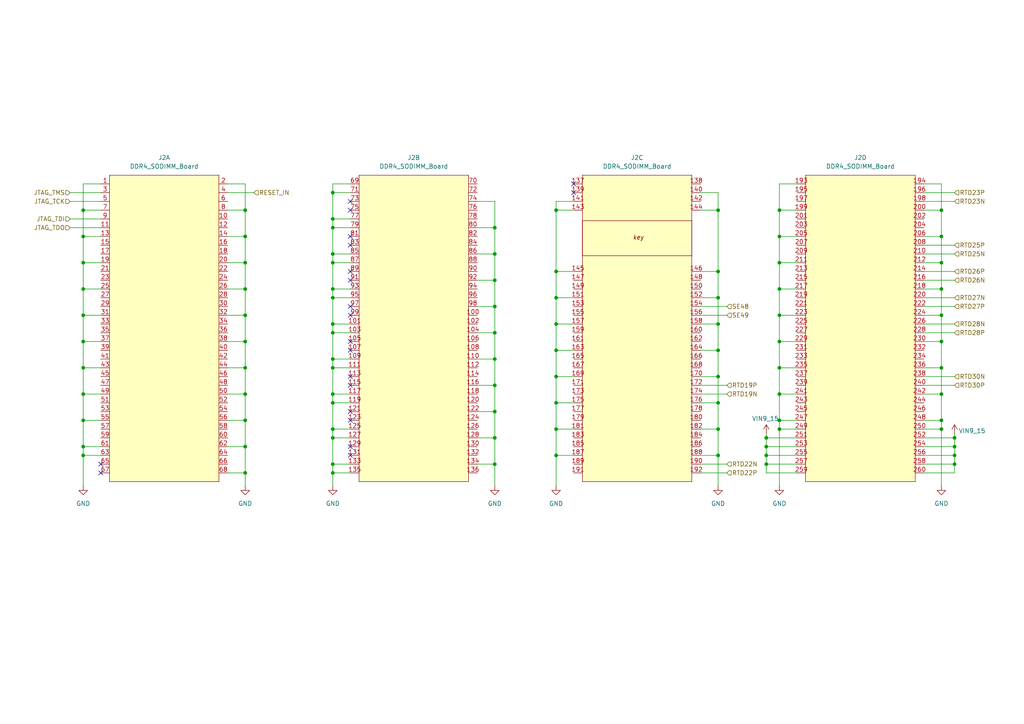
<source format=kicad_sch>
(kicad_sch (version 20250114) (generator "eeschema") (generator_version "9.0")
  (paper "A4")
  (lib_symbols
    (symbol "ECAP5-BCARRIER-XLITE:IO_CONN" (in_bom no)
      (property "Reference" "J" (at -16.51 45.72 0))
      (property "Value" "DDR4_SODIMM_Board" (at -19.05 36.83 0))
      (symbol "IO_CONN_1_0"
        (pin passive line (at -19.05 41.91 0) (length 2.54) (name "") (number "1"))
        (pin passive line (at -19.05 39.37 0) (length 2.54) (name "") (number "3"))
        (pin passive line (at -19.05 36.83 0) (length 2.54) (name "") (number "5"))
        (pin passive line (at -19.05 34.29 0) (length 2.54) (name "") (number "7"))
        (pin passive line (at -19.05 31.75 0) (length 2.54) (name "") (number "9"))
        (pin passive line (at -19.05 29.21 0) (length 2.54) (name "") (number "11"))
        (pin passive line (at -19.05 26.67 0) (length 2.54) (name "") (number "13"))
        (pin passive line (at -19.05 24.13 0) (length 2.54) (name "") (number "15"))
        (pin passive line (at -19.05 21.59 0) (length 2.54) (name "") (number "17"))
        (pin passive line (at -19.05 19.05 0) (length 2.54) (name "") (number "19"))
        (pin passive line (at -19.05 16.51 0) (length 2.54) (name "") (number "21"))
        (pin passive line (at -19.05 13.97 0) (length 2.54) (name "") (number "23"))
        (pin passive line (at -19.05 11.43 0) (length 2.54) (name "") (number "25"))
        (pin passive line (at -19.05 8.89 0) (length 2.54) (name "") (number "27"))
        (pin passive line (at -19.05 6.35 0) (length 2.54) (name "") (number "29"))
        (pin passive line (at -19.05 3.81 0) (length 2.54) (name "") (number "31"))
        (pin passive line (at -19.05 1.27 0) (length 2.54) (name "") (number "33"))
        (pin passive line (at -19.05 -1.27 0) (length 2.54) (name "") (number "35"))
        (pin passive line (at -19.05 -3.81 0) (length 2.54) (name "") (number "37"))
        (pin passive line (at -19.05 -6.35 0) (length 2.54) (name "") (number "39"))
        (pin passive line (at -19.05 -8.89 0) (length 2.54) (name "") (number "41"))
        (pin passive line (at -19.05 -11.43 0) (length 2.54) (name "") (number "43"))
        (pin passive line (at -19.05 -13.97 0) (length 2.54) (name "") (number "45"))
        (pin passive line (at -19.05 -16.51 0) (length 2.54) (name "") (number "47"))
        (pin passive line (at -19.05 -19.05 0) (length 2.54) (name "") (number "49"))
        (pin passive line (at -19.05 -21.59 0) (length 2.54) (name "") (number "51"))
        (pin passive line (at -19.05 -24.13 0) (length 2.54) (name "") (number "53"))
        (pin passive line (at -19.05 -26.67 0) (length 2.54) (name "") (number "55"))
        (pin passive line (at -19.05 -29.21 0) (length 2.54) (name "") (number "57"))
        (pin passive line (at -19.05 -31.75 0) (length 2.54) (name "") (number "59"))
        (pin passive line (at -19.05 -34.29 0) (length 2.54) (name "") (number "61"))
        (pin passive line (at -19.05 -36.83 0) (length 2.54) (name "") (number "63"))
        (pin passive line (at -19.05 -39.37 0) (length 2.54) (name "") (number "65"))
        (pin passive line (at -19.05 -41.91 0) (length 2.54) (name "") (number "67"))
        (pin passive line (at 17.78 41.91 180) (length 2.54) (name "") (number "2"))
        (pin passive line (at 17.78 39.37 180) (length 2.54) (name "") (number "4"))
        (pin passive line (at 17.78 36.83 180) (length 2.54) (name "") (number "6"))
        (pin passive line (at 17.78 34.29 180) (length 2.54) (name "") (number "8"))
        (pin passive line (at 17.78 31.75 180) (length 2.54) (name "") (number "10"))
        (pin passive line (at 17.78 29.21 180) (length 2.54) (name "") (number "12"))
        (pin passive line (at 17.78 26.67 180) (length 2.54) (name "") (number "14"))
        (pin passive line (at 17.78 24.13 180) (length 2.54) (name "") (number "16"))
        (pin passive line (at 17.78 21.59 180) (length 2.54) (name "") (number "18"))
        (pin passive line (at 17.78 19.05 180) (length 2.54) (name "") (number "20"))
        (pin passive line (at 17.78 16.51 180) (length 2.54) (name "") (number "22"))
        (pin passive line (at 17.78 13.97 180) (length 2.54) (name "") (number "24"))
        (pin passive line (at 17.78 11.43 180) (length 2.54) (name "") (number "26"))
        (pin passive line (at 17.78 8.89 180) (length 2.54) (name "") (number "28"))
        (pin passive line (at 17.78 6.35 180) (length 2.54) (name "") (number "30"))
        (pin passive line (at 17.78 3.81 180) (length 2.54) (name "") (number "32"))
        (pin passive line (at 17.78 1.27 180) (length 2.54) (name "") (number "34"))
        (pin passive line (at 17.78 -1.27 180) (length 2.54) (name "") (number "36"))
        (pin passive line (at 17.78 -3.81 180) (length 2.54) (name "") (number "38"))
        (pin passive line (at 17.78 -6.35 180) (length 2.54) (name "") (number "40"))
        (pin passive line (at 17.78 -8.89 180) (length 2.54) (name "") (number "42"))
        (pin passive line (at 17.78 -11.43 180) (length 2.54) (name "") (number "44"))
        (pin passive line (at 17.78 -13.97 180) (length 2.54) (name "") (number "46"))
        (pin passive line (at 17.78 -16.51 180) (length 2.54) (name "") (number "48"))
        (pin passive line (at 17.78 -19.05 180) (length 2.54) (name "") (number "50"))
        (pin passive line (at 17.78 -21.59 180) (length 2.54) (name "") (number "52"))
        (pin passive line (at 17.78 -24.13 180) (length 2.54) (name "") (number "54"))
        (pin passive line (at 17.78 -26.67 180) (length 2.54) (name "") (number "56"))
        (pin passive line (at 17.78 -29.21 180) (length 2.54) (name "") (number "58"))
        (pin passive line (at 17.78 -31.75 180) (length 2.54) (name "") (number "60"))
        (pin passive line (at 17.78 -34.29 180) (length 2.54) (name "") (number "62"))
        (pin passive line (at 17.78 -36.83 180) (length 2.54) (name "") (number "64"))
        (pin passive line (at 17.78 -39.37 180) (length 2.54) (name "") (number "66"))
        (pin passive line (at 17.78 -41.91 180) (length 2.54) (name "") (number "68"))
      )
      (symbol "IO_CONN_1_1"
        (rectangle (start -16.51 44.45) (end 15.24 -44.45) (fill (type background)))
      )
      (symbol "IO_CONN_2_0"
        (pin passive line (at -19.05 41.91 0) (length 2.54) (name "") (number "69"))
        (pin passive line (at -19.05 39.37 0) (length 2.54) (name "") (number "71"))
        (pin passive line (at -19.05 36.83 0) (length 2.54) (name "") (number "73"))
        (pin passive line (at -19.05 34.29 0) (length 2.54) (name "") (number "75"))
        (pin passive line (at -19.05 31.75 0) (length 2.54) (name "") (number "77"))
        (pin passive line (at -19.05 29.21 0) (length 2.54) (name "") (number "79"))
        (pin passive line (at -19.05 26.67 0) (length 2.54) (name "") (number "81"))
        (pin passive line (at -19.05 24.13 0) (length 2.54) (name "") (number "83"))
        (pin passive line (at -19.05 21.59 0) (length 2.54) (name "") (number "85"))
        (pin passive line (at -19.05 19.05 0) (length 2.54) (name "") (number "87"))
        (pin passive line (at -19.05 16.51 0) (length 2.54) (name "") (number "89"))
        (pin passive line (at -19.05 13.97 0) (length 2.54) (name "") (number "91"))
        (pin passive line (at -19.05 11.43 0) (length 2.54) (name "") (number "93"))
        (pin passive line (at -19.05 8.89 0) (length 2.54) (name "") (number "95"))
        (pin passive line (at -19.05 6.35 0) (length 2.54) (name "") (number "97"))
        (pin passive line (at -19.05 3.81 0) (length 2.54) (name "") (number "99"))
        (pin passive line (at -19.05 1.27 0) (length 2.54) (name "") (number "101"))
        (pin passive line (at -19.05 -1.27 0) (length 2.54) (name "") (number "103"))
        (pin passive line (at -19.05 -3.81 0) (length 2.54) (name "") (number "105"))
        (pin passive line (at -19.05 -6.35 0) (length 2.54) (name "") (number "107"))
        (pin passive line (at -19.05 -8.89 0) (length 2.54) (name "") (number "109"))
        (pin passive line (at -19.05 -11.43 0) (length 2.54) (name "") (number "111"))
        (pin passive line (at -19.05 -13.97 0) (length 2.54) (name "") (number "113"))
        (pin passive line (at -19.05 -16.51 0) (length 2.54) (name "") (number "115"))
        (pin passive line (at -19.05 -19.05 0) (length 2.54) (name "") (number "117"))
        (pin passive line (at -19.05 -21.59 0) (length 2.54) (name "") (number "119"))
        (pin passive line (at -19.05 -24.13 0) (length 2.54) (name "") (number "121"))
        (pin passive line (at -19.05 -26.67 0) (length 2.54) (name "") (number "123"))
        (pin passive line (at -19.05 -29.21 0) (length 2.54) (name "") (number "125"))
        (pin passive line (at -19.05 -31.75 0) (length 2.54) (name "") (number "127"))
        (pin passive line (at -19.05 -34.29 0) (length 2.54) (name "") (number "129"))
        (pin passive line (at -19.05 -36.83 0) (length 2.54) (name "") (number "131"))
        (pin passive line (at -19.05 -39.37 0) (length 2.54) (name "") (number "133"))
        (pin passive line (at -19.05 -41.91 0) (length 2.54) (name "") (number "135"))
        (pin passive line (at 17.78 41.91 180) (length 2.54) (name "") (number "70"))
        (pin passive line (at 17.78 39.37 180) (length 2.54) (name "") (number "72"))
        (pin passive line (at 17.78 36.83 180) (length 2.54) (name "") (number "74"))
        (pin passive line (at 17.78 34.29 180) (length 2.54) (name "") (number "76"))
        (pin passive line (at 17.78 31.75 180) (length 2.54) (name "") (number "78"))
        (pin passive line (at 17.78 29.21 180) (length 2.54) (name "") (number "80"))
        (pin passive line (at 17.78 26.67 180) (length 2.54) (name "") (number "82"))
        (pin passive line (at 17.78 24.13 180) (length 2.54) (name "") (number "84"))
        (pin passive line (at 17.78 21.59 180) (length 2.54) (name "") (number "86"))
        (pin passive line (at 17.78 19.05 180) (length 2.54) (name "") (number "88"))
        (pin passive line (at 17.78 16.51 180) (length 2.54) (name "") (number "90"))
        (pin passive line (at 17.78 13.97 180) (length 2.54) (name "") (number "92"))
        (pin passive line (at 17.78 11.43 180) (length 2.54) (name "") (number "94"))
        (pin passive line (at 17.78 8.89 180) (length 2.54) (name "") (number "96"))
        (pin passive line (at 17.78 6.35 180) (length 2.54) (name "") (number "98"))
        (pin passive line (at 17.78 3.81 180) (length 2.54) (name "") (number "100"))
        (pin passive line (at 17.78 1.27 180) (length 2.54) (name "") (number "102"))
        (pin passive line (at 17.78 -1.27 180) (length 2.54) (name "") (number "104"))
        (pin passive line (at 17.78 -3.81 180) (length 2.54) (name "") (number "106"))
        (pin passive line (at 17.78 -6.35 180) (length 2.54) (name "") (number "108"))
        (pin passive line (at 17.78 -8.89 180) (length 2.54) (name "") (number "110"))
        (pin passive line (at 17.78 -11.43 180) (length 2.54) (name "") (number "112"))
        (pin passive line (at 17.78 -13.97 180) (length 2.54) (name "") (number "114"))
        (pin passive line (at 17.78 -16.51 180) (length 2.54) (name "") (number "116"))
        (pin passive line (at 17.78 -19.05 180) (length 2.54) (name "") (number "118"))
        (pin passive line (at 17.78 -21.59 180) (length 2.54) (name "") (number "120"))
        (pin passive line (at 17.78 -24.13 180) (length 2.54) (name "") (number "122"))
        (pin passive line (at 17.78 -26.67 180) (length 2.54) (name "") (number "124"))
        (pin passive line (at 17.78 -29.21 180) (length 2.54) (name "") (number "126"))
        (pin passive line (at 17.78 -31.75 180) (length 2.54) (name "") (number "128"))
        (pin passive line (at 17.78 -34.29 180) (length 2.54) (name "") (number "130"))
        (pin passive line (at 17.78 -36.83 180) (length 2.54) (name "") (number "132"))
        (pin passive line (at 17.78 -39.37 180) (length 2.54) (name "") (number "134"))
        (pin passive line (at 17.78 -41.91 180) (length 2.54) (name "") (number "136"))
      )
      (symbol "IO_CONN_2_1"
        (rectangle (start -16.51 44.45) (end 15.24 -44.45) (fill (type background)))
      )
      (symbol "IO_CONN_3_0"
        (pin passive line (at -19.05 41.91 0) (length 2.54) (name "") (number "137"))
        (pin passive line (at -19.05 39.37 0) (length 2.54) (name "") (number "139"))
        (pin passive line (at -19.05 36.83 0) (length 2.54) (name "") (number "141"))
        (pin passive line (at -19.05 34.29 0) (length 2.54) (name "") (number "143"))
        (pin passive line (at -19.05 16.51 0) (length 2.54) (name "") (number "145"))
        (pin passive line (at -19.05 13.97 0) (length 2.54) (name "") (number "147"))
        (pin passive line (at -19.05 11.43 0) (length 2.54) (name "") (number "149"))
        (pin passive line (at -19.05 8.89 0) (length 2.54) (name "") (number "151"))
        (pin passive line (at -19.05 6.35 0) (length 2.54) (name "") (number "153"))
        (pin passive line (at -19.05 3.81 0) (length 2.54) (name "") (number "155"))
        (pin passive line (at -19.05 1.27 0) (length 2.54) (name "") (number "157"))
        (pin passive line (at -19.05 -1.27 0) (length 2.54) (name "") (number "159"))
        (pin passive line (at -19.05 -3.81 0) (length 2.54) (name "") (number "161"))
        (pin passive line (at -19.05 -6.35 0) (length 2.54) (name "") (number "163"))
        (pin passive line (at -19.05 -8.89 0) (length 2.54) (name "") (number "165"))
        (pin passive line (at -19.05 -11.43 0) (length 2.54) (name "") (number "167"))
        (pin passive line (at -19.05 -13.97 0) (length 2.54) (name "") (number "169"))
        (pin passive line (at -19.05 -16.51 0) (length 2.54) (name "") (number "171"))
        (pin passive line (at -19.05 -19.05 0) (length 2.54) (name "") (number "173"))
        (pin passive line (at -19.05 -21.59 0) (length 2.54) (name "") (number "175"))
        (pin passive line (at -19.05 -24.13 0) (length 2.54) (name "") (number "177"))
        (pin passive line (at -19.05 -26.67 0) (length 2.54) (name "") (number "179"))
        (pin passive line (at -19.05 -29.21 0) (length 2.54) (name "") (number "181"))
        (pin passive line (at -19.05 -31.75 0) (length 2.54) (name "") (number "183"))
        (pin passive line (at -19.05 -34.29 0) (length 2.54) (name "") (number "185"))
        (pin passive line (at -19.05 -36.83 0) (length 2.54) (name "") (number "187"))
        (pin passive line (at -19.05 -39.37 0) (length 2.54) (name "") (number "189"))
        (pin passive line (at -19.05 -41.91 0) (length 2.54) (name "") (number "191"))
        (pin passive line (at 17.78 41.91 180) (length 2.54) (name "") (number "138"))
        (pin passive line (at 17.78 39.37 180) (length 2.54) (name "") (number "140"))
        (pin passive line (at 17.78 36.83 180) (length 2.54) (name "") (number "142"))
        (pin passive line (at 17.78 34.29 180) (length 2.54) (name "") (number "144"))
        (pin passive line (at 17.78 16.51 180) (length 2.54) (name "") (number "146"))
        (pin passive line (at 17.78 13.97 180) (length 2.54) (name "") (number "148"))
        (pin passive line (at 17.78 11.43 180) (length 2.54) (name "") (number "150"))
        (pin passive line (at 17.78 8.89 180) (length 2.54) (name "") (number "152"))
        (pin passive line (at 17.78 6.35 180) (length 2.54) (name "") (number "154"))
        (pin passive line (at 17.78 3.81 180) (length 2.54) (name "") (number "156"))
        (pin passive line (at 17.78 1.27 180) (length 2.54) (name "") (number "158"))
        (pin passive line (at 17.78 -1.27 180) (length 2.54) (name "") (number "160"))
        (pin passive line (at 17.78 -3.81 180) (length 2.54) (name "") (number "162"))
        (pin passive line (at 17.78 -6.35 180) (length 2.54) (name "") (number "164"))
        (pin passive line (at 17.78 -8.89 180) (length 2.54) (name "") (number "166"))
        (pin passive line (at 17.78 -11.43 180) (length 2.54) (name "") (number "168"))
        (pin passive line (at 17.78 -13.97 180) (length 2.54) (name "") (number "170"))
        (pin passive line (at 17.78 -16.51 180) (length 2.54) (name "") (number "172"))
        (pin passive line (at 17.78 -19.05 180) (length 2.54) (name "") (number "174"))
        (pin passive line (at 17.78 -21.59 180) (length 2.54) (name "") (number "176"))
        (pin passive line (at 17.78 -24.13 180) (length 2.54) (name "") (number "178"))
        (pin passive line (at 17.78 -26.67 180) (length 2.54) (name "") (number "180"))
        (pin passive line (at 17.78 -29.21 180) (length 2.54) (name "") (number "182"))
        (pin passive line (at 17.78 -31.75 180) (length 2.54) (name "") (number "184"))
        (pin passive line (at 17.78 -34.29 180) (length 2.54) (name "") (number "186"))
        (pin passive line (at 17.78 -36.83 180) (length 2.54) (name "") (number "188"))
        (pin passive line (at 17.78 -39.37 180) (length 2.54) (name "") (number "190"))
        (pin passive line (at 17.78 -41.91 180) (length 2.54) (name "") (number "192"))
      )
      (symbol "IO_CONN_3_1"
        (rectangle (start -16.51 44.45) (end 15.24 -44.45) (fill (type background)))
        (rectangle (start -16.51 31.242) (end 15.24 21.082))
        (text "key" (at -0.254 26.416 0) (effects (font (size 1.27 1.27) (italic yes))))
      )
      (symbol "IO_CONN_4_0"
        (pin passive line (at -19.05 41.91 0) (length 2.54) (name "") (number "193"))
        (pin passive line (at -19.05 39.37 0) (length 2.54) (name "") (number "195"))
        (pin passive line (at -19.05 36.83 0) (length 2.54) (name "") (number "197"))
        (pin passive line (at -19.05 34.29 0) (length 2.54) (name "") (number "199"))
        (pin passive line (at -19.05 31.75 0) (length 2.54) (name "") (number "201"))
        (pin passive line (at -19.05 29.21 0) (length 2.54) (name "") (number "203"))
        (pin passive line (at -19.05 26.67 0) (length 2.54) (name "") (number "205"))
        (pin passive line (at -19.05 24.13 0) (length 2.54) (name "") (number "207"))
        (pin passive line (at -19.05 21.59 0) (length 2.54) (name "") (number "209"))
        (pin passive line (at -19.05 19.05 0) (length 2.54) (name "") (number "211"))
        (pin passive line (at -19.05 16.51 0) (length 2.54) (name "") (number "213"))
        (pin passive line (at -19.05 13.97 0) (length 2.54) (name "") (number "215"))
        (pin passive line (at -19.05 11.43 0) (length 2.54) (name "") (number "217"))
        (pin passive line (at -19.05 8.89 0) (length 2.54) (name "") (number "219"))
        (pin passive line (at -19.05 6.35 0) (length 2.54) (name "") (number "221"))
        (pin passive line (at -19.05 3.81 0) (length 2.54) (name "") (number "223"))
        (pin passive line (at -19.05 1.27 0) (length 2.54) (name "") (number "225"))
        (pin passive line (at -19.05 -1.27 0) (length 2.54) (name "") (number "227"))
        (pin passive line (at -19.05 -3.81 0) (length 2.54) (name "") (number "229"))
        (pin passive line (at -19.05 -6.35 0) (length 2.54) (name "") (number "231"))
        (pin passive line (at -19.05 -8.89 0) (length 2.54) (name "") (number "233"))
        (pin passive line (at -19.05 -11.43 0) (length 2.54) (name "") (number "235"))
        (pin passive line (at -19.05 -13.97 0) (length 2.54) (name "") (number "237"))
        (pin passive line (at -19.05 -16.51 0) (length 2.54) (name "") (number "239"))
        (pin passive line (at -19.05 -19.05 0) (length 2.54) (name "") (number "241"))
        (pin passive line (at -19.05 -21.59 0) (length 2.54) (name "") (number "243"))
        (pin passive line (at -19.05 -24.13 0) (length 2.54) (name "") (number "245"))
        (pin passive line (at -19.05 -26.67 0) (length 2.54) (name "") (number "247"))
        (pin passive line (at -19.05 -29.21 0) (length 2.54) (name "") (number "249"))
        (pin passive line (at -19.05 -31.75 0) (length 2.54) (name "") (number "251"))
        (pin passive line (at -19.05 -34.29 0) (length 2.54) (name "") (number "253"))
        (pin passive line (at -19.05 -36.83 0) (length 2.54) (name "") (number "255"))
        (pin passive line (at -19.05 -39.37 0) (length 2.54) (name "") (number "257"))
        (pin passive line (at -19.05 -41.91 0) (length 2.54) (name "") (number "259"))
        (pin passive line (at 17.78 41.91 180) (length 2.54) (name "") (number "194"))
        (pin passive line (at 17.78 39.37 180) (length 2.54) (name "") (number "196"))
        (pin passive line (at 17.78 36.83 180) (length 2.54) (name "") (number "198"))
        (pin passive line (at 17.78 34.29 180) (length 2.54) (name "") (number "200"))
        (pin passive line (at 17.78 31.75 180) (length 2.54) (name "") (number "202"))
        (pin passive line (at 17.78 29.21 180) (length 2.54) (name "") (number "204"))
        (pin passive line (at 17.78 26.67 180) (length 2.54) (name "") (number "206"))
        (pin passive line (at 17.78 24.13 180) (length 2.54) (name "") (number "208"))
        (pin passive line (at 17.78 21.59 180) (length 2.54) (name "") (number "210"))
        (pin passive line (at 17.78 19.05 180) (length 2.54) (name "") (number "212"))
        (pin passive line (at 17.78 16.51 180) (length 2.54) (name "") (number "214"))
        (pin passive line (at 17.78 13.97 180) (length 2.54) (name "") (number "216"))
        (pin passive line (at 17.78 11.43 180) (length 2.54) (name "") (number "218"))
        (pin passive line (at 17.78 8.89 180) (length 2.54) (name "") (number "220"))
        (pin passive line (at 17.78 6.35 180) (length 2.54) (name "") (number "222"))
        (pin passive line (at 17.78 3.81 180) (length 2.54) (name "") (number "224"))
        (pin passive line (at 17.78 1.27 180) (length 2.54) (name "") (number "226"))
        (pin passive line (at 17.78 -1.27 180) (length 2.54) (name "") (number "228"))
        (pin passive line (at 17.78 -3.81 180) (length 2.54) (name "") (number "230"))
        (pin passive line (at 17.78 -6.35 180) (length 2.54) (name "") (number "232"))
        (pin passive line (at 17.78 -8.89 180) (length 2.54) (name "") (number "234"))
        (pin passive line (at 17.78 -11.43 180) (length 2.54) (name "") (number "236"))
        (pin passive line (at 17.78 -13.97 180) (length 2.54) (name "") (number "238"))
        (pin passive line (at 17.78 -16.51 180) (length 2.54) (name "") (number "240"))
        (pin passive line (at 17.78 -19.05 180) (length 2.54) (name "") (number "242"))
        (pin passive line (at 17.78 -21.59 180) (length 2.54) (name "") (number "244"))
        (pin passive line (at 17.78 -24.13 180) (length 2.54) (name "") (number "246"))
        (pin passive line (at 17.78 -26.67 180) (length 2.54) (name "") (number "248"))
        (pin passive line (at 17.78 -29.21 180) (length 2.54) (name "") (number "250"))
        (pin passive line (at 17.78 -31.75 180) (length 2.54) (name "") (number "252"))
        (pin passive line (at 17.78 -34.29 180) (length 2.54) (name "") (number "254"))
        (pin passive line (at 17.78 -36.83 180) (length 2.54) (name "") (number "256"))
        (pin passive line (at 17.78 -39.37 180) (length 2.54) (name "") (number "258"))
        (pin passive line (at 17.78 -41.91 180) (length 2.54) (name "") (number "260"))
      )
      (symbol "IO_CONN_4_1"
        (rectangle (start -16.51 44.45) (end 15.24 -44.45) (fill (type background)))
      )
    )
    (symbol "ECAP5-BSOM:VIN9_15" (power) (pin_numbers (hide yes)) (pin_names (offset 0) (hide yes))
      (property "Value" "VIN9_15" (at 0 3.556 0))
      (symbol "VIN9_15_0_1"
        (polyline (pts (xy -0.762 1.27) (xy 0 2.54)))
        (polyline (pts (xy 0 2.54) (xy 0.762 1.27)))
        (polyline (pts (xy 0 0) (xy 0 2.54)))
      )
      (symbol "VIN9_15_1_1"
        (pin power_in line (at 0 0 90) (length 0) (name "~") (number "1"))
      )
    )
    (symbol "power:GND" (power) (pin_numbers (hide yes)) (pin_names (offset 0) (hide yes))
      (property "Value" "GND" (at 0 -3.81 0))
      (symbol "GND_0_1"
        (polyline (pts (xy 0 0) (xy 0 -1.27) (xy 1.27 -1.27) (xy 0 -2.54) (xy -1.27 -1.27) (xy 0 -1.27)))
      )
      (symbol "GND_1_1"
        (pin power_in line (at 0 0 270) (length 0) (name "~") (number "1"))
      )
    )
  )
  (junction (at 161.29 124.46))
  (junction (at 276.86 129.54))
  (junction (at 143.51 73.66))
  (junction (at 96.52 116.84))
  (junction (at 226.06 114.3))
  (junction (at 71.12 68.58))
  (junction (at 24.13 83.82))
  (junction (at 143.51 127))
  (junction (at 276.86 132.08))
  (junction (at 208.28 78.74))
  (junction (at 161.29 93.98))
  (junction (at 208.28 93.98))
  (junction (at 222.25 129.54))
  (junction (at 143.51 119.38))
  (junction (at 96.52 106.68))
  (junction (at 96.52 93.98))
  (junction (at 71.12 129.54))
  (junction (at 24.13 132.08))
  (junction (at 71.12 83.82))
  (junction (at 208.28 60.96))
  (junction (at 96.52 137.16))
  (junction (at 226.06 121.92))
  (junction (at 208.28 132.08))
  (junction (at 273.05 99.06))
  (junction (at 96.52 127))
  (junction (at 71.12 121.92))
  (junction (at 273.05 68.58))
  (junction (at 96.52 83.82))
  (junction (at 161.29 86.36))
  (junction (at 143.51 88.9))
  (junction (at 276.86 127))
  (junction (at 273.05 106.68))
  (junction (at 24.13 129.54))
  (junction (at 143.51 66.04))
  (junction (at 96.52 104.14))
  (junction (at 71.12 60.96))
  (junction (at 96.52 86.36))
  (junction (at 143.51 96.52))
  (junction (at 71.12 137.16))
  (junction (at 71.12 91.44))
  (junction (at 143.51 104.14))
  (junction (at 24.13 76.2))
  (junction (at 208.28 116.84))
  (junction (at 273.05 83.82))
  (junction (at 161.29 116.84))
  (junction (at 222.25 127))
  (junction (at 24.13 91.44))
  (junction (at 226.06 60.96))
  (junction (at 273.05 76.2))
  (junction (at 208.28 124.46))
  (junction (at 96.52 124.46))
  (junction (at 208.28 86.36))
  (junction (at 161.29 132.08))
  (junction (at 24.13 106.68))
  (junction (at 143.51 111.76))
  (junction (at 222.25 132.08))
  (junction (at 226.06 106.68))
  (junction (at 96.52 96.52))
  (junction (at 96.52 55.88))
  (junction (at 96.52 73.66))
  (junction (at 161.29 78.74))
  (junction (at 24.13 114.3))
  (junction (at 143.51 81.28))
  (junction (at 24.13 60.96))
  (junction (at 226.06 76.2))
  (junction (at 96.52 66.04))
  (junction (at 161.29 60.96))
  (junction (at 96.52 114.3))
  (junction (at 226.06 91.44))
  (junction (at 161.29 109.22))
  (junction (at 24.13 68.58))
  (junction (at 222.25 134.62))
  (junction (at 208.28 101.6))
  (junction (at 226.06 83.82))
  (junction (at 273.05 60.96))
  (junction (at 24.13 99.06))
  (junction (at 71.12 76.2))
  (junction (at 226.06 68.58))
  (junction (at 96.52 63.5))
  (junction (at 226.06 99.06))
  (junction (at 24.13 121.92))
  (junction (at 273.05 114.3))
  (junction (at 96.52 76.2))
  (junction (at 273.05 121.92))
  (junction (at 71.12 99.06))
  (junction (at 71.12 106.68))
  (junction (at 96.52 134.62))
  (junction (at 273.05 124.46))
  (junction (at 161.29 101.6))
  (junction (at 71.12 114.3))
  (junction (at 273.05 91.44))
  (junction (at 226.06 124.46))
  (junction (at 208.28 109.22))
  (junction (at 143.51 134.62))
  (junction (at 276.86 134.62))
  (no_connect (at 101.6 99.06))
  (no_connect (at 101.6 129.54))
  (no_connect (at 166.37 53.34))
  (no_connect (at 101.6 119.38))
  (no_connect (at 101.6 91.44))
  (no_connect (at 101.6 88.9))
  (no_connect (at 101.6 71.12))
  (no_connect (at 101.6 60.96))
  (no_connect (at 29.21 137.16))
  (no_connect (at 101.6 109.22))
  (no_connect (at 101.6 78.74))
  (no_connect (at 166.37 55.88))
  (no_connect (at 29.21 134.62))
  (no_connect (at 101.6 81.28))
  (no_connect (at 101.6 68.58))
  (no_connect (at 101.6 58.42))
  (no_connect (at 101.6 101.6))
  (no_connect (at 101.6 121.92))
  (no_connect (at 101.6 111.76))
  (no_connect (at 101.6 132.08))
  (wire (pts (xy 210.82 137.16) (xy 203.2 137.16)))
  (wire (pts (xy 24.13 132.08) (xy 29.21 132.08)))
  (wire (pts (xy 96.52 114.3) (xy 101.6 114.3)))
  (wire (pts (xy 24.13 99.06) (xy 24.13 106.68)))
  (wire (pts (xy 24.13 91.44) (xy 24.13 99.06)))
  (wire (pts (xy 226.06 124.46) (xy 226.06 140.97)))
  (wire (pts (xy 226.06 121.92) (xy 231.14 121.92)))
  (wire (pts (xy 276.86 137.16) (xy 276.86 134.62)))
  (wire (pts (xy 161.29 86.36) (xy 161.29 78.74)))
  (wire (pts (xy 24.13 76.2) (xy 24.13 83.82)))
  (wire (pts (xy 267.97 91.44) (xy 273.05 91.44)))
  (wire (pts (xy 66.04 60.96) (xy 71.12 60.96)))
  (wire (pts (xy 226.06 114.3) (xy 226.06 121.92)))
  (wire (pts (xy 273.05 140.97) (xy 273.05 124.46)))
  (wire (pts (xy 208.28 86.36) (xy 208.28 93.98)))
  (wire (pts (xy 267.97 99.06) (xy 273.05 99.06)))
  (wire (pts (xy 222.25 134.62) (xy 231.14 134.62)))
  (wire (pts (xy 226.06 114.3) (xy 231.14 114.3)))
  (wire (pts (xy 71.12 53.34) (xy 71.12 60.96)))
  (wire (pts (xy 24.13 121.92) (xy 24.13 129.54)))
  (wire (pts (xy 96.52 83.82) (xy 96.52 86.36)))
  (wire (pts (xy 222.25 129.54) (xy 222.25 127)))
  (wire (pts (xy 29.21 68.58) (xy 24.13 68.58)))
  (wire (pts (xy 226.06 91.44) (xy 226.06 99.06)))
  (wire (pts (xy 208.28 93.98) (xy 208.28 101.6)))
  (wire (pts (xy 226.06 60.96) (xy 231.14 60.96)))
  (wire (pts (xy 226.06 76.2) (xy 231.14 76.2)))
  (wire (pts (xy 71.12 91.44) (xy 71.12 99.06)))
  (wire (pts (xy 66.04 99.06) (xy 71.12 99.06)))
  (wire (pts (xy 96.52 134.62) (xy 96.52 137.16)))
  (wire (pts (xy 138.43 58.42) (xy 143.51 58.42)))
  (wire (pts (xy 273.05 53.34) (xy 267.97 53.34)))
  (wire (pts (xy 143.51 58.42) (xy 143.51 66.04)))
  (wire (pts (xy 96.52 63.5) (xy 101.6 63.5)))
  (wire (pts (xy 143.51 111.76) (xy 143.51 119.38)))
  (wire (pts (xy 29.21 60.96) (xy 24.13 60.96)))
  (wire (pts (xy 267.97 137.16) (xy 276.86 137.16)))
  (wire (pts (xy 138.43 119.38) (xy 143.51 119.38)))
  (wire (pts (xy 203.2 55.88) (xy 208.28 55.88)))
  (wire (pts (xy 210.82 114.3) (xy 203.2 114.3)))
  (wire (pts (xy 276.86 109.22) (xy 267.97 109.22)))
  (wire (pts (xy 71.12 60.96) (xy 71.12 68.58)))
  (wire (pts (xy 96.52 106.68) (xy 96.52 114.3)))
  (wire (pts (xy 71.12 121.92) (xy 71.12 129.54)))
  (wire (pts (xy 203.2 124.46) (xy 208.28 124.46)))
  (wire (pts (xy 231.14 132.08) (xy 222.25 132.08)))
  (wire (pts (xy 66.04 121.92) (xy 71.12 121.92)))
  (wire (pts (xy 143.51 81.28) (xy 143.51 88.9)))
  (wire (pts (xy 96.52 104.14) (xy 101.6 104.14)))
  (wire (pts (xy 138.43 88.9) (xy 143.51 88.9)))
  (wire (pts (xy 226.06 53.34) (xy 226.06 60.96)))
  (wire (pts (xy 267.97 114.3) (xy 273.05 114.3)))
  (wire (pts (xy 222.25 132.08) (xy 222.25 129.54)))
  (wire (pts (xy 208.28 78.74) (xy 208.28 86.36)))
  (wire (pts (xy 210.82 134.62) (xy 203.2 134.62)))
  (wire (pts (xy 101.6 137.16) (xy 96.52 137.16)))
  (wire (pts (xy 96.52 93.98) (xy 96.52 96.52)))
  (wire (pts (xy 276.86 78.74) (xy 267.97 78.74)))
  (wire (pts (xy 276.86 55.88) (xy 267.97 55.88)))
  (wire (pts (xy 203.2 109.22) (xy 208.28 109.22)))
  (wire (pts (xy 96.52 86.36) (xy 101.6 86.36)))
  (wire (pts (xy 276.86 88.9) (xy 267.97 88.9)))
  (wire (pts (xy 273.05 124.46) (xy 273.05 121.92)))
  (wire (pts (xy 161.29 101.6) (xy 166.37 101.6)))
  (wire (pts (xy 208.28 101.6) (xy 208.28 109.22)))
  (wire (pts (xy 226.06 83.82) (xy 231.14 83.82)))
  (wire (pts (xy 96.52 86.36) (xy 96.52 93.98)))
  (wire (pts (xy 96.52 93.98) (xy 101.6 93.98)))
  (wire (pts (xy 96.52 114.3) (xy 96.52 116.84)))
  (wire (pts (xy 96.52 66.04) (xy 96.52 73.66)))
  (wire (pts (xy 143.51 66.04) (xy 143.51 73.66)))
  (wire (pts (xy 96.52 76.2) (xy 96.52 83.82)))
  (wire (pts (xy 226.06 99.06) (xy 226.06 106.68)))
  (wire (pts (xy 226.06 68.58) (xy 231.14 68.58)))
  (wire (pts (xy 273.05 114.3) (xy 273.05 121.92)))
  (wire (pts (xy 276.86 129.54) (xy 276.86 127)))
  (wire (pts (xy 71.12 83.82) (xy 71.12 91.44)))
  (wire (pts (xy 143.51 73.66) (xy 143.51 81.28)))
  (wire (pts (xy 267.97 83.82) (xy 273.05 83.82)))
  (wire (pts (xy 161.29 93.98) (xy 166.37 93.98)))
  (wire (pts (xy 138.43 134.62) (xy 143.51 134.62)))
  (wire (pts (xy 66.04 106.68) (xy 71.12 106.68)))
  (wire (pts (xy 208.28 116.84) (xy 208.28 124.46)))
  (wire (pts (xy 96.52 116.84) (xy 101.6 116.84)))
  (wire (pts (xy 161.29 78.74) (xy 161.29 60.96)))
  (wire (pts (xy 71.12 114.3) (xy 71.12 121.92)))
  (wire (pts (xy 231.14 129.54) (xy 222.25 129.54)))
  (wire (pts (xy 29.21 83.82) (xy 24.13 83.82)))
  (wire (pts (xy 24.13 83.82) (xy 24.13 91.44)))
  (wire (pts (xy 96.52 55.88) (xy 101.6 55.88)))
  (wire (pts (xy 226.06 76.2) (xy 226.06 83.82)))
  (wire (pts (xy 161.29 60.96) (xy 161.29 58.42)))
  (wire (pts (xy 161.29 124.46) (xy 166.37 124.46)))
  (wire (pts (xy 203.2 60.96) (xy 208.28 60.96)))
  (wire (pts (xy 273.05 68.58) (xy 273.05 60.96)))
  (wire (pts (xy 101.6 53.34) (xy 96.52 53.34)))
  (wire (pts (xy 29.21 53.34) (xy 24.13 53.34)))
  (wire (pts (xy 96.52 53.34) (xy 96.52 55.88)))
  (wire (pts (xy 276.86 58.42) (xy 267.97 58.42)))
  (wire (pts (xy 273.05 60.96) (xy 273.05 53.34)))
  (wire (pts (xy 273.05 99.06) (xy 273.05 91.44)))
  (wire (pts (xy 143.51 134.62) (xy 143.51 140.97)))
  (wire (pts (xy 226.06 99.06) (xy 231.14 99.06)))
  (wire (pts (xy 29.21 106.68) (xy 24.13 106.68)))
  (wire (pts (xy 96.52 127) (xy 96.52 134.62)))
  (wire (pts (xy 161.29 116.84) (xy 166.37 116.84)))
  (wire (pts (xy 267.97 129.54) (xy 276.86 129.54)))
  (wire (pts (xy 226.06 106.68) (xy 226.06 114.3)))
  (wire (pts (xy 276.86 81.28) (xy 267.97 81.28)))
  (wire (pts (xy 226.06 121.92) (xy 226.06 124.46)))
  (wire (pts (xy 71.12 76.2) (xy 71.12 83.82)))
  (wire (pts (xy 96.52 104.14) (xy 96.52 106.68)))
  (wire (pts (xy 210.82 91.44) (xy 203.2 91.44)))
  (wire (pts (xy 96.52 124.46) (xy 101.6 124.46)))
  (wire (pts (xy 222.25 134.62) (xy 222.25 132.08)))
  (wire (pts (xy 20.32 55.88) (xy 29.21 55.88)))
  (wire (pts (xy 203.2 116.84) (xy 208.28 116.84)))
  (wire (pts (xy 138.43 73.66) (xy 143.51 73.66)))
  (wire (pts (xy 161.29 124.46) (xy 161.29 116.84)))
  (wire (pts (xy 276.86 73.66) (xy 267.97 73.66)))
  (wire (pts (xy 96.52 73.66) (xy 101.6 73.66)))
  (wire (pts (xy 276.86 93.98) (xy 267.97 93.98)))
  (wire (pts (xy 24.13 129.54) (xy 24.13 132.08)))
  (wire (pts (xy 24.13 106.68) (xy 24.13 114.3)))
  (wire (pts (xy 143.51 104.14) (xy 143.51 111.76)))
  (wire (pts (xy 203.2 93.98) (xy 208.28 93.98)))
  (wire (pts (xy 273.05 76.2) (xy 273.05 68.58)))
  (wire (pts (xy 267.97 124.46) (xy 273.05 124.46)))
  (wire (pts (xy 29.21 121.92) (xy 24.13 121.92)))
  (wire (pts (xy 138.43 66.04) (xy 143.51 66.04)))
  (wire (pts (xy 96.52 66.04) (xy 101.6 66.04)))
  (wire (pts (xy 226.06 60.96) (xy 226.06 68.58)))
  (wire (pts (xy 29.21 114.3) (xy 24.13 114.3)))
  (wire (pts (xy 161.29 132.08) (xy 166.37 132.08)))
  (wire (pts (xy 267.97 132.08) (xy 276.86 132.08)))
  (wire (pts (xy 143.51 127) (xy 143.51 134.62)))
  (wire (pts (xy 161.29 58.42) (xy 166.37 58.42)))
  (wire (pts (xy 208.28 132.08) (xy 208.28 140.97)))
  (wire (pts (xy 273.05 114.3) (xy 273.05 106.68)))
  (wire (pts (xy 29.21 99.06) (xy 24.13 99.06)))
  (wire (pts (xy 24.13 114.3) (xy 24.13 121.92)))
  (wire (pts (xy 276.86 86.36) (xy 267.97 86.36)))
  (wire (pts (xy 208.28 60.96) (xy 208.28 78.74)))
  (wire (pts (xy 273.05 106.68) (xy 273.05 99.06)))
  (wire (pts (xy 71.12 106.68) (xy 71.12 114.3)))
  (wire (pts (xy 73.66 55.88) (xy 66.04 55.88)))
  (wire (pts (xy 161.29 86.36) (xy 166.37 86.36)))
  (wire (pts (xy 161.29 140.97) (xy 161.29 132.08)))
  (wire (pts (xy 66.04 53.34) (xy 71.12 53.34)))
  (wire (pts (xy 267.97 106.68) (xy 273.05 106.68)))
  (wire (pts (xy 267.97 121.92) (xy 273.05 121.92)))
  (wire (pts (xy 161.29 109.22) (xy 166.37 109.22)))
  (wire (pts (xy 101.6 76.2) (xy 96.52 76.2)))
  (wire (pts (xy 96.52 63.5) (xy 96.52 66.04)))
  (wire (pts (xy 276.86 111.76) (xy 267.97 111.76)))
  (wire (pts (xy 273.05 60.96) (xy 267.97 60.96)))
  (wire (pts (xy 143.51 96.52) (xy 143.51 104.14)))
  (wire (pts (xy 71.12 68.58) (xy 71.12 76.2)))
  (wire (pts (xy 20.32 63.5) (xy 29.21 63.5)))
  (wire (pts (xy 66.04 91.44) (xy 71.12 91.44)))
  (wire (pts (xy 29.21 76.2) (xy 24.13 76.2)))
  (wire (pts (xy 203.2 101.6) (xy 208.28 101.6)))
  (wire (pts (xy 96.52 96.52) (xy 101.6 96.52)))
  (wire (pts (xy 161.29 101.6) (xy 161.29 93.98)))
  (wire (pts (xy 226.06 106.68) (xy 231.14 106.68)))
  (wire (pts (xy 29.21 129.54) (xy 24.13 129.54)))
  (wire (pts (xy 161.29 132.08) (xy 161.29 124.46)))
  (wire (pts (xy 66.04 114.3) (xy 71.12 114.3)))
  (wire (pts (xy 276.86 132.08) (xy 276.86 129.54)))
  (wire (pts (xy 208.28 109.22) (xy 208.28 116.84)))
  (wire (pts (xy 96.52 116.84) (xy 96.52 124.46)))
  (wire (pts (xy 24.13 60.96) (xy 24.13 68.58)))
  (wire (pts (xy 226.06 124.46) (xy 231.14 124.46)))
  (wire (pts (xy 208.28 55.88) (xy 208.28 60.96)))
  (wire (pts (xy 161.29 116.84) (xy 161.29 109.22)))
  (wire (pts (xy 231.14 127) (xy 222.25 127)))
  (wire (pts (xy 101.6 106.68) (xy 96.52 106.68)))
  (wire (pts (xy 273.05 83.82) (xy 273.05 76.2)))
  (wire (pts (xy 24.13 53.34) (xy 24.13 60.96)))
  (wire (pts (xy 276.86 134.62) (xy 267.97 134.62)))
  (wire (pts (xy 276.86 134.62) (xy 276.86 132.08)))
  (wire (pts (xy 203.2 132.08) (xy 208.28 132.08)))
  (wire (pts (xy 276.86 71.12) (xy 267.97 71.12)))
  (wire (pts (xy 161.29 109.22) (xy 161.29 101.6)))
  (wire (pts (xy 71.12 137.16) (xy 71.12 140.97)))
  (wire (pts (xy 138.43 111.76) (xy 143.51 111.76)))
  (wire (pts (xy 66.04 137.16) (xy 71.12 137.16)))
  (wire (pts (xy 24.13 140.97) (xy 24.13 132.08)))
  (wire (pts (xy 20.32 66.04) (xy 29.21 66.04)))
  (wire (pts (xy 203.2 86.36) (xy 208.28 86.36)))
  (wire (pts (xy 71.12 99.06) (xy 71.12 106.68)))
  (wire (pts (xy 226.06 91.44) (xy 231.14 91.44)))
  (wire (pts (xy 222.25 137.16) (xy 222.25 134.62)))
  (wire (pts (xy 66.04 83.82) (xy 71.12 83.82)))
  (wire (pts (xy 267.97 76.2) (xy 273.05 76.2)))
  (wire (pts (xy 276.86 127) (xy 276.86 125.73)))
  (wire (pts (xy 138.43 81.28) (xy 143.51 81.28)))
  (wire (pts (xy 161.29 78.74) (xy 166.37 78.74)))
  (wire (pts (xy 96.52 137.16) (xy 96.52 140.97)))
  (wire (pts (xy 143.51 88.9) (xy 143.51 96.52)))
  (wire (pts (xy 208.28 124.46) (xy 208.28 132.08)))
  (wire (pts (xy 101.6 83.82) (xy 96.52 83.82)))
  (wire (pts (xy 161.29 93.98) (xy 161.29 86.36)))
  (wire (pts (xy 226.06 83.82) (xy 226.06 91.44)))
  (wire (pts (xy 66.04 129.54) (xy 71.12 129.54)))
  (wire (pts (xy 24.13 68.58) (xy 24.13 76.2)))
  (wire (pts (xy 96.52 96.52) (xy 96.52 104.14)))
  (wire (pts (xy 66.04 68.58) (xy 71.12 68.58)))
  (wire (pts (xy 210.82 111.76) (xy 203.2 111.76)))
  (wire (pts (xy 231.14 53.34) (xy 226.06 53.34)))
  (wire (pts (xy 231.14 137.16) (xy 222.25 137.16)))
  (wire (pts (xy 138.43 127) (xy 143.51 127)))
  (wire (pts (xy 138.43 96.52) (xy 143.51 96.52)))
  (wire (pts (xy 143.51 119.38) (xy 143.51 127)))
  (wire (pts (xy 226.06 68.58) (xy 226.06 76.2)))
  (wire (pts (xy 71.12 129.54) (xy 71.12 137.16)))
  (wire (pts (xy 210.82 88.9) (xy 203.2 88.9)))
  (wire (pts (xy 96.52 134.62) (xy 101.6 134.62)))
  (wire (pts (xy 96.52 124.46) (xy 96.52 127)))
  (wire (pts (xy 222.25 127) (xy 222.25 125.73)))
  (wire (pts (xy 66.04 76.2) (xy 71.12 76.2)))
  (wire (pts (xy 203.2 78.74) (xy 208.28 78.74)))
  (wire (pts (xy 96.52 73.66) (xy 96.52 76.2)))
  (wire (pts (xy 96.52 55.88) (xy 96.52 63.5)))
  (wire (pts (xy 276.86 96.52) (xy 267.97 96.52)))
  (wire (pts (xy 29.21 91.44) (xy 24.13 91.44)))
  (wire (pts (xy 20.32 58.42) (xy 29.21 58.42)))
  (wire (pts (xy 138.43 104.14) (xy 143.51 104.14)))
  (wire (pts (xy 161.29 60.96) (xy 166.37 60.96)))
  (wire (pts (xy 273.05 91.44) (xy 273.05 83.82)))
  (wire (pts (xy 96.52 127) (xy 101.6 127)))
  (wire (pts (xy 267.97 127) (xy 276.86 127)))
  (wire (pts (xy 267.97 68.58) (xy 273.05 68.58)))
  (hierarchical_label "JTAG_TDO" (shape input) (at 20.32 66.04 180))
  (hierarchical_label "RTD26N" (shape input) (at 276.86 81.28 0))
  (hierarchical_label "RTD25N" (shape input) (at 276.86 73.66 0))
  (hierarchical_label "RTD23N" (shape input) (at 276.86 58.42 0))
  (hierarchical_label "SE48" (shape input) (at 210.82 88.9 0))
  (hierarchical_label "RTD28P" (shape input) (at 276.86 96.52 0))
  (hierarchical_label "RTD30N" (shape input) (at 276.86 109.22 0))
  (hierarchical_label "JTAG_TDI" (shape input) (at 20.32 63.5 180))
  (hierarchical_label "RTD27P" (shape input) (at 276.86 88.9 0))
  (hierarchical_label "RTD19P" (shape input) (at 210.82 111.76 0))
  (hierarchical_label "SE49" (shape input) (at 210.82 91.44 0))
  (hierarchical_label "RTD25P" (shape input) (at 276.86 71.12 0))
  (hierarchical_label "RTD27N" (shape input) (at 276.86 86.36 0))
  (hierarchical_label "RTD23P" (shape input) (at 276.86 55.88 0))
  (hierarchical_label "RTD30P" (shape input) (at 276.86 111.76 0))
  (hierarchical_label "JTAG_TMS" (shape input) (at 20.32 55.88 180))
  (hierarchical_label "RTD22P" (shape input) (at 210.82 137.16 0))
  (hierarchical_label "RTD22N" (shape input) (at 210.82 134.62 0))
  (hierarchical_label "JTAG_TCK" (shape input) (at 20.32 58.42 180))
  (hierarchical_label "RESET_IN" (shape input) (at 73.66 55.88 0))
  (hierarchical_label "RTD19N" (shape input) (at 210.82 114.3 0))
  (hierarchical_label "RTD28N" (shape input) (at 276.86 93.98 0))
  (hierarchical_label "RTD26P" (shape input) (at 276.86 78.74 0))
  (symbol (lib_id "power:GND") (at 96.52 140.97 0) (unit 1)
    (property "Reference" "#PWR013" (effects (hide yes)))
    (property "Value" "GND" (at 96.52 146.05 0))
    (property "Description" "Power symbol creates a global label with name \"GND\" , ground" (effects (hide yes)))
  )
  (symbol (lib_id "power:GND") (at 24.13 140.97 0) (unit 1)
    (property "Reference" "#PWR011" (effects (hide yes)))
    (property "Value" "GND" (at 24.13 146.05 0))
    (property "Description" "Power symbol creates a global label with name \"GND\" , ground" (effects (hide yes)))
  )
  (symbol (lib_id "power:GND") (at 226.06 140.97 0) (unit 1)
    (property "Reference" "#PWR017" (effects (hide yes)))
    (property "Value" "GND" (at 226.06 146.05 0))
    (property "Description" "Power symbol creates a global label with name \"GND\" , ground" (effects (hide yes)))
  )
  (symbol (lib_id "ECAP5-BSOM:VIN9_15") (at 222.25 125.73 0) (unit 1)
    (property "Reference" "#PWR09" (effects (hide yes)))
    (property "Value" "VIN9_15" (at 221.996 121.412 0))
    (property "Description" "Power symbol creates a global label with name \"VIN9_15\"" (effects (hide yes)))
  )
  (symbol (lib_id "power:GND") (at 273.05 140.97 0) (unit 1)
    (property "Reference" "#PWR018" (effects (hide yes)))
    (property "Value" "GND" (at 273.05 146.05 0))
    (property "Description" "Power symbol creates a global label with name \"GND\" , ground" (effects (hide yes)))
  )
  (symbol (lib_id "power:GND") (at 208.28 140.97 0) (unit 1)
    (property "Reference" "#PWR016" (effects (hide yes)))
    (property "Value" "GND" (at 208.28 146.05 0))
    (property "Description" "Power symbol creates a global label with name \"GND\" , ground" (effects (hide yes)))
  )
  (symbol (lib_id "ECAP5-BCARRIER-XLITE:IO_CONN") (at 250.19 95.25 0) (unit 4) (in_bom no)
    (property "Reference" "J2" (at 249.555 45.72 0))
    (property "Value" "DDR4_SODIMM_Board" (at 249.555 48.26 0))
    (property "Footprint" "ECAP5-BCARRIER-XLITE:SODIMM-260_DDR4_H4.0-5.2_OrientationStd_Socket" (effects (hide yes)))
    (property "Part" "2309407-2" (effects (hide yes)))
  )
  (symbol (lib_id "ECAP5-BSOM:VIN9_15") (at 276.86 125.73 0) (mirror y) (unit 1)
    (property "Reference" "#PWR010" (effects (hide yes)))
    (property "Value" "VIN9_15" (at 281.94 124.968 0))
    (property "Description" "Power symbol creates a global label with name \"VIN9_15\"" (effects (hide yes)))
  )
  (symbol (lib_id "power:GND") (at 71.12 140.97 0) (unit 1)
    (property "Reference" "#PWR012" (effects (hide yes)))
    (property "Value" "GND" (at 71.12 146.05 0))
    (property "Description" "Power symbol creates a global label with name \"GND\" , ground" (effects (hide yes)))
  )
  (symbol (lib_id "ECAP5-BCARRIER-XLITE:IO_CONN") (at 185.42 95.25 0) (unit 3) (in_bom no)
    (property "Reference" "J2" (at 184.785 45.72 0))
    (property "Value" "DDR4_SODIMM_Board" (at 184.785 48.26 0))
    (property "Footprint" "ECAP5-BCARRIER-XLITE:SODIMM-260_DDR4_H4.0-5.2_OrientationStd_Socket" (effects (hide yes)))
    (property "Part" "2309407-2" (effects (hide yes)))
  )
  (symbol (lib_id "ECAP5-BCARRIER-XLITE:IO_CONN") (at 120.65 95.25 0) (unit 2) (in_bom no)
    (property "Reference" "J2" (at 120.015 45.72 0))
    (property "Value" "DDR4_SODIMM_Board" (at 120.015 48.26 0))
    (property "Footprint" "ECAP5-BCARRIER-XLITE:SODIMM-260_DDR4_H4.0-5.2_OrientationStd_Socket" (effects (hide yes)))
    (property "Part" "2309407-2" (effects (hide yes)))
  )
  (symbol (lib_id "power:GND") (at 143.51 140.97 0) (mirror y) (unit 1)
    (property "Reference" "#PWR014" (effects (hide yes)))
    (property "Value" "GND" (at 143.51 146.05 0))
    (property "Description" "Power symbol creates a global label with name \"GND\" , ground" (effects (hide yes)))
  )
  (symbol (lib_id "ECAP5-BCARRIER-XLITE:IO_CONN") (at 48.26 95.25 0) (unit 1) (in_bom no)
    (property "Reference" "J2" (at 47.625 45.72 0))
    (property "Value" "DDR4_SODIMM_Board" (at 47.625 48.26 0))
    (property "Footprint" "ECAP5-BCARRIER-XLITE:SODIMM-260_DDR4_H4.0-5.2_OrientationStd_Socket" (effects (hide yes)))
    (property "Part" "2309407-2" (effects (hide yes)))
  )
  (symbol (lib_id "power:GND") (at 161.29 140.97 0) (unit 1)
    (property "Reference" "#PWR015" (effects (hide yes)))
    (property "Value" "GND" (at 161.29 146.05 0))
    (property "Description" "Power symbol creates a global label with name \"GND\" , ground" (effects (hide yes)))
  )
)
</source>
